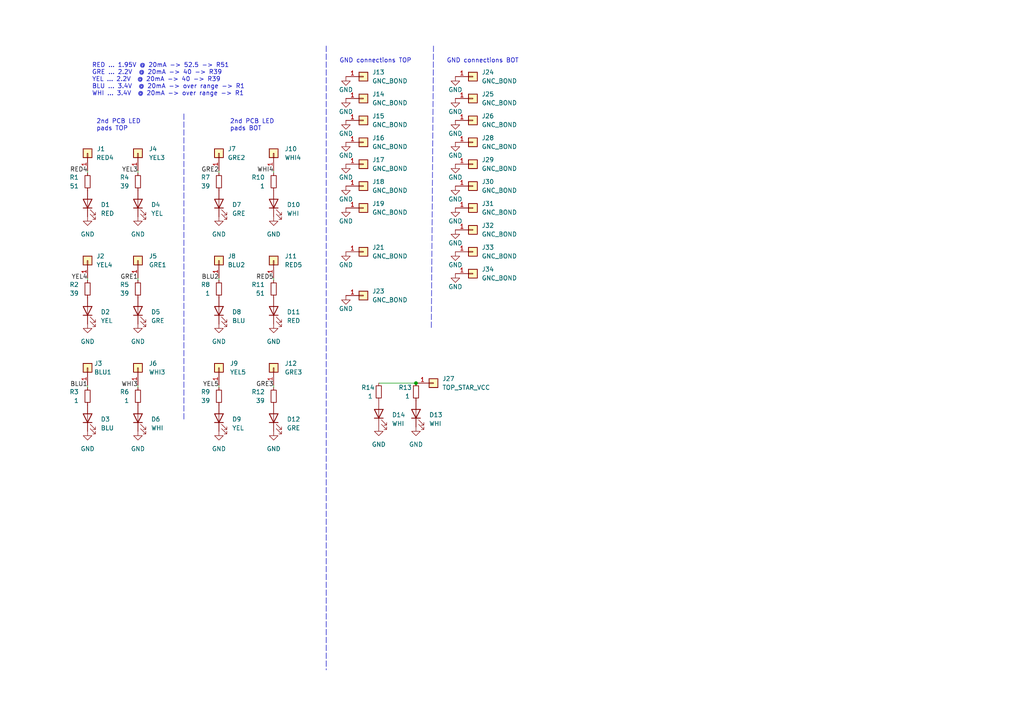
<source format=kicad_sch>
(kicad_sch (version 20211123) (generator eeschema)
  (paper "A4")
  (lib_symbols
    (symbol "Connector_Generic:Conn_01x01" (pin_names (offset 1.016) hide)
      (property "Reference" "J" (at 0 2.54 0))
      (property "Value" "Conn_01x01" (at 0 -2.54 0))
      (symbol "Conn_01x01_1_1"
        (rectangle (start -1.27 0.127) (end 0 -0.127) (stroke (width 0.1524)))
        (rectangle (start -1.27 1.27) (end 1.27 -1.27) (stroke (width 0.254)) (fill (type background)))
        (pin passive line (at -5.08 0 0) (length 3.81) (name "Pin_1") (number "1"))
      )
    )
    (symbol "Device:LED" (pin_numbers hide) (pin_names (offset 1.016) hide)
      (property "Reference" "D" (at 0 2.54 0))
      (property "Value" "LED" (at 0 -2.54 0))
      (symbol "LED_0_1"
        (polyline (pts (xy -1.27 -1.27) (xy -1.27 1.27)) (stroke (width 0.254)))
        (polyline (pts (xy -1.27 0) (xy 1.27 0)))
        (polyline (pts (xy 1.27 -1.27) (xy 1.27 1.27) (xy -1.27 0) (xy 1.27 -1.27)) (stroke (width 0.254)))
        (polyline (pts (xy -3.048 -0.762) (xy -4.572 -2.286) (xy -3.81 -2.286) (xy -4.572 -2.286) (xy -4.572 -1.524)))
        (polyline (pts (xy -1.778 -0.762) (xy -3.302 -2.286) (xy -2.54 -2.286) (xy -3.302 -2.286) (xy -3.302 -1.524)))
      )
      (symbol "LED_1_1"
        (pin passive line (at -3.81 0 0) (length 2.54) (name "K") (number "1"))
        (pin passive line (at 3.81 0 180) (length 2.54) (name "A") (number "2"))
      )
    )
    (symbol "Device:R_Small" (pin_numbers hide) (pin_names (offset 0.254) hide)
      (property "Reference" "R" (at 0.762 0.508 0))
      (property "Value" "R_Small" (at 0.762 -1.016 0))
      (symbol "R_Small_0_1"
        (rectangle (start -0.762 1.778) (end 0.762 -1.778) (stroke (width 0.2032)))
      )
      (symbol "R_Small_1_1"
        (pin passive line (at 0 2.54 270) (length 0.762) (name "~") (number "1"))
        (pin passive line (at 0 -2.54 90) (length 0.762) (name "~") (number "2"))
      )
    )
    (symbol "power:GND" (power) (pin_names (offset 0))
      (property "Value" "GND" (at 0 -3.81 0))
      (symbol "GND_0_1"
        (polyline (pts (xy 0 0) (xy 0 -1.27) (xy 1.27 -1.27) (xy 0 -2.54) (xy -1.27 -1.27) (xy 0 -1.27)))
      )
      (symbol "GND_1_1"
        (pin power_in line (at 0 0 270) (length 0) hide (name "GND") (number "1"))
      )
    )
  )
  (junction (at 120.65 111.125))
  (wire (pts (xy 40.005 80.645) (xy 40.005 81.28)))
  (wire (pts (xy 79.375 80.645) (xy 79.375 81.28)))
  (wire (pts (xy 63.5 50.165) (xy 63.5 49.53)))
  (polyline (pts (xy 94.615 13.335) (xy 94.615 194.31)))
  (wire (pts (xy 109.855 111.125) (xy 120.65 111.125)))
  (wire (pts (xy 40.005 49.53) (xy 40.005 50.165)))
  (wire (pts (xy 25.4 49.53) (xy 25.4 50.165)))
  (polyline (pts (xy 125.73 13.335) (xy 125.095 95.25)))
  (wire (pts (xy 40.005 111.76) (xy 40.005 112.395)))
  (wire (pts (xy 25.4 80.645) (xy 25.4 81.28)))
  (wire (pts (xy 63.5 112.395) (xy 63.5 111.76)))
  (wire (pts (xy 63.5 80.645) (xy 63.5 81.28)))
  (wire (pts (xy 79.375 49.53) (xy 79.375 50.165)))
  (polyline (pts (xy 53.34 33.02) (xy 53.34 121.92)))
  (wire (pts (xy 25.4 111.76) (xy 25.4 112.395)))
  (wire (pts (xy 79.375 111.76) (xy 79.375 112.395)))
  (text "GND connections BOT" (at 129.54 18.415 0) (effects (font (size 1.27 1.27)) (justify left bottom)))
  (text "2nd PCB LED\npads BOT" (at 66.675 38.1 0) (effects (font (size 1.27 1.27)) (justify left bottom)))
  (text "GND connections TOP" (at 98.425 18.415 0) (effects (font (size 1.27 1.27)) (justify left bottom)))
  (text "RED ... 1.95V @ 20mA -> 52.5 -> R51\nGRE ... 2.2V  @ 20mA -> 40 -> R39\nYEL ... 2.2V  @ 20mA -> 40 -> R39\nBLU ... 3.4V  @ 20mA -> over range -> R1\nWHI ... 3.4V  @ 20mA -> over range -> R1" (at 26.67 27.94 0) (effects (font (size 1.27 1.27)) (justify left bottom)))
  (text "2nd PCB LED\npads TOP" (at 27.94 38.1 0) (effects (font (size 1.27 1.27)) (justify left bottom)))
  (label "BLU1" (at 25.4 112.395 180))
  (label "GRE1" (at 40.005 81.28 180))
  (label "RED4" (at 25.4 50.165 180))
  (label "GRE2" (at 63.5 50.165 180))
  (label "GRE3" (at 79.375 112.395 180))
  (label "WHI4" (at 79.375 50.165 180))
  (label "RED5" (at 79.375 81.28 180))
  (label "YEL5" (at 63.5 112.395 180))
  (label "YEL4" (at 25.4 81.28 180))
  (label "BLU2" (at 63.5 81.28 180))
  (label "YEL3" (at 40.005 50.165 180))
  (label "WHI3" (at 40.005 112.395 180))
  (symbol (lib_id "power:GND") (at 79.375 93.98 0) (unit 1)
    (property "Reference" "#PWR011" (effects hide))
    (property "Value" "GND" (at 79.375 99.06 0))
  )
  (symbol (lib_id "Device:LED") (at 40.005 121.285 90) (unit 1)
    (property "Reference" "D6" (at 43.815 121.6024 90) (effects (justify right)))
    (property "Value" "WHI" (at 43.815 124.1424 90) (effects (justify right)))
    (property "Footprint" "LED_SMD:LED_0805_2012Metric" (effects hide))
  )
  (symbol (lib_id "Device:R_Small") (at 120.65 113.665 180) (unit 1)
    (property "Reference" "R13" (at 115.57 112.395 0) (effects (justify right)))
    (property "Value" "1" (at 117.475 114.935 0) (effects (justify right)))
    (property "Footprint" "Resistor_SMD:R_1206_3216Metric" (effects hide))
  )
  (symbol (lib_id "Device:R_Small") (at 109.855 113.665 180) (unit 1)
    (property "Reference" "R14" (at 104.775 112.395 0) (effects (justify right)))
    (property "Value" "1" (at 106.68 114.935 0) (effects (justify right)))
    (property "Footprint" "Resistor_SMD:R_1206_3216Metric" (effects hide))
  )
  (symbol (lib_id "Connector_Generic:Conn_01x01") (at 125.73 111.125 0) (unit 1)
    (property "Reference" "J27" (at 128.27 109.8549 0) (effects (justify left)))
    (property "Value" "TOP_STAR_VCC" (at 128.27 112.395 0) (effects (justify left)))
    (property "Footprint" "Connector_Wire:SolderWirePad_1x01_SMD_1x2mm" (effects hide))
  )
  (symbol (lib_id "power:GND") (at 79.375 125.095 0) (unit 1)
    (property "Reference" "#PWR012" (effects hide))
    (property "Value" "GND" (at 79.375 130.175 0))
  )
  (symbol (lib_id "Connector_Generic:Conn_01x01") (at 25.4 44.45 90) (unit 1)
    (property "Reference" "J1" (at 30.48 43.18 90) (effects (justify left)))
    (property "Value" "RED4" (at 33.02 45.72 90) (effects (justify left)))
    (property "Footprint" "Connector_Wire:SolderWirePad_1x01_SMD_1x2mm" (effects hide))
  )
  (symbol (lib_id "Device:R_Small") (at 79.375 83.82 180) (unit 1)
    (property "Reference" "R11" (at 76.835 82.5499 0) (effects (justify left)))
    (property "Value" "51" (at 76.835 85.0899 0) (effects (justify left)))
    (property "Footprint" "Resistor_SMD:R_1206_3216Metric" (effects hide))
  )
  (symbol (lib_id "Device:LED") (at 63.5 90.17 90) (unit 1)
    (property "Reference" "D8" (at 67.31 90.4874 90) (effects (justify right)))
    (property "Value" "BLU" (at 67.31 93.0274 90) (effects (justify right)))
    (property "Footprint" "LED_SMD:LED_0805_2012Metric" (effects hide))
  )
  (symbol (lib_id "Device:LED") (at 120.65 120.015 90) (unit 1)
    (property "Reference" "D13" (at 124.46 120.3324 90) (effects (justify right)))
    (property "Value" "WHI" (at 124.46 122.8724 90) (effects (justify right)))
    (property "Footprint" "LED_SMD:LED_0805_2012Metric" (effects hide))
  )
  (symbol (lib_id "Connector_Generic:Conn_01x01") (at 63.5 75.565 90) (unit 1)
    (property "Reference" "J8" (at 66.04 74.2949 90) (effects (justify right)))
    (property "Value" "BLU2" (at 66.04 76.8349 90) (effects (justify right)))
    (property "Footprint" "Connector_Wire:SolderWirePad_1x01_SMD_1x2mm" (effects hide))
  )
  (symbol (lib_id "power:GND") (at 132.08 60.325 0) (unit 1)
    (property "Reference" "#PWR031" (effects hide))
    (property "Value" "GND" (at 132.08 64.135 0))
  )
  (symbol (lib_id "Connector_Generic:Conn_01x01") (at 137.16 34.925 0) (unit 1)
    (property "Reference" "J26" (at 139.7 33.6549 0) (effects (justify left)))
    (property "Value" "GNC_BOND" (at 139.7 36.195 0) (effects (justify left)))
    (property "Footprint" "Connector_Wire:SolderWirePad_1x01_SMD_1x2mm" (effects hide))
  )
  (symbol (lib_id "power:GND") (at 132.08 53.975 0) (unit 1)
    (property "Reference" "#PWR030" (effects hide))
    (property "Value" "GND" (at 132.08 57.785 0))
  )
  (symbol (lib_id "Connector_Generic:Conn_01x01") (at 79.375 75.565 90) (unit 1)
    (property "Reference" "J11" (at 82.55 74.2949 90) (effects (justify right)))
    (property "Value" "RED5" (at 82.55 76.8349 90) (effects (justify right)))
    (property "Footprint" "Connector_Wire:SolderWirePad_1x01_SMD_1x2mm" (effects hide))
  )
  (symbol (lib_id "Device:R_Small") (at 63.5 83.82 180) (unit 1)
    (property "Reference" "R8" (at 60.96 82.5499 0) (effects (justify left)))
    (property "Value" "1" (at 60.96 85.0899 0) (effects (justify left)))
    (property "Footprint" "Resistor_SMD:R_1206_3216Metric" (effects hide))
  )
  (symbol (lib_id "Connector_Generic:Conn_01x01") (at 40.005 106.68 90) (unit 1)
    (property "Reference" "J6" (at 43.18 105.4099 90) (effects (justify right)))
    (property "Value" "WHI3" (at 43.18 107.9499 90) (effects (justify right)))
    (property "Footprint" "Connector_Wire:SolderWirePad_1x01_SMD_1x2mm" (effects hide))
  )
  (symbol (lib_id "Connector_Generic:Conn_01x01") (at 25.4 106.68 90) (unit 1)
    (property "Reference" "J3" (at 27.305 105.41 90) (effects (justify right)))
    (property "Value" "BLU1" (at 27.305 107.95 90) (effects (justify right)))
    (property "Footprint" "Connector_Wire:SolderWirePad_1x01_SMD_1x2mm" (effects hide))
  )
  (symbol (lib_id "power:GND") (at 100.33 28.575 0) (unit 1)
    (property "Reference" "#PWR014" (effects hide))
    (property "Value" "GND" (at 100.33 32.385 0))
  )
  (symbol (lib_id "Connector_Generic:Conn_01x01") (at 137.16 53.975 0) (unit 1)
    (property "Reference" "J30" (at 139.7 52.7049 0) (effects (justify left)))
    (property "Value" "GNC_BOND" (at 139.7 55.245 0) (effects (justify left)))
    (property "Footprint" "Connector_Wire:SolderWirePad_1x01_SMD_1x2mm" (effects hide))
  )
  (symbol (lib_id "Connector_Generic:Conn_01x01") (at 137.16 60.325 0) (unit 1)
    (property "Reference" "J31" (at 139.7 59.0549 0) (effects (justify left)))
    (property "Value" "GNC_BOND" (at 139.7 61.595 0) (effects (justify left)))
    (property "Footprint" "Connector_Wire:SolderWirePad_1x01_SMD_1x2mm" (effects hide))
  )
  (symbol (lib_id "power:GND") (at 63.5 62.865 0) (unit 1)
    (property "Reference" "#PWR07" (effects hide))
    (property "Value" "GND" (at 63.5 67.945 0))
  )
  (symbol (lib_id "Device:LED") (at 63.5 59.055 90) (unit 1)
    (property "Reference" "D7" (at 67.31 59.3724 90) (effects (justify right)))
    (property "Value" "GRE" (at 67.31 61.9124 90) (effects (justify right)))
    (property "Footprint" "LED_SMD:LED_0805_2012Metric" (effects hide))
  )
  (symbol (lib_id "power:GND") (at 132.08 66.675 0) (unit 1)
    (property "Reference" "#PWR032" (effects hide))
    (property "Value" "GND" (at 132.08 70.485 0))
  )
  (symbol (lib_id "power:GND") (at 25.4 93.98 0) (unit 1)
    (property "Reference" "#PWR02" (effects hide))
    (property "Value" "GND" (at 25.4 99.06 0))
  )
  (symbol (lib_id "Device:LED") (at 40.005 59.055 90) (unit 1)
    (property "Reference" "D4" (at 43.815 59.3724 90) (effects (justify right)))
    (property "Value" "YEL" (at 43.815 61.9124 90) (effects (justify right)))
    (property "Footprint" "LED_SMD:LED_0805_2012Metric" (effects hide))
  )
  (symbol (lib_id "power:GND") (at 25.4 125.095 0) (unit 1)
    (property "Reference" "#PWR03" (effects hide))
    (property "Value" "GND" (at 25.4 130.175 0))
  )
  (symbol (lib_id "Device:R_Small") (at 63.5 114.935 180) (unit 1)
    (property "Reference" "R9" (at 60.96 113.6649 0) (effects (justify left)))
    (property "Value" "39" (at 60.96 116.2049 0) (effects (justify left)))
    (property "Footprint" "Resistor_SMD:R_1206_3216Metric" (effects hide))
  )
  (symbol (lib_id "power:GND") (at 132.08 41.275 0) (unit 1)
    (property "Reference" "#PWR028" (effects hide))
    (property "Value" "GND" (at 132.08 45.085 0))
  )
  (symbol (lib_id "Device:R_Small") (at 79.375 114.935 180) (unit 1)
    (property "Reference" "R12" (at 76.835 113.6649 0) (effects (justify left)))
    (property "Value" "39" (at 76.835 116.2049 0) (effects (justify left)))
    (property "Footprint" "Resistor_SMD:R_1206_3216Metric" (effects hide))
  )
  (symbol (lib_id "Connector_Generic:Conn_01x01") (at 25.4 75.565 90) (unit 1)
    (property "Reference" "J2" (at 27.94 74.295 90) (effects (justify right)))
    (property "Value" "YEL4" (at 27.94 76.835 90) (effects (justify right)))
    (property "Footprint" "Connector_Wire:SolderWirePad_1x01_SMD_1x2mm" (effects hide))
  )
  (symbol (lib_id "Device:R_Small") (at 63.5 52.705 180) (unit 1)
    (property "Reference" "R7" (at 60.96 51.4349 0) (effects (justify left)))
    (property "Value" "39" (at 60.96 53.9749 0) (effects (justify left)))
    (property "Footprint" "Resistor_SMD:R_1206_3216Metric" (effects hide))
  )
  (symbol (lib_id "Device:R_Small") (at 25.4 83.82 180) (unit 1)
    (property "Reference" "R2" (at 22.86 82.5499 0) (effects (justify left)))
    (property "Value" "39" (at 22.86 85.0899 0) (effects (justify left)))
    (property "Footprint" "Resistor_SMD:R_1206_3216Metric" (effects hide))
  )
  (symbol (lib_id "Connector_Generic:Conn_01x01") (at 40.005 75.565 90) (unit 1)
    (property "Reference" "J5" (at 43.18 74.2949 90) (effects (justify right)))
    (property "Value" "GRE1" (at 43.18 76.8349 90) (effects (justify right)))
    (property "Footprint" "Connector_Wire:SolderWirePad_1x01_SMD_1x2mm" (effects hide))
  )
  (symbol (lib_id "Connector_Generic:Conn_01x01") (at 105.41 22.225 0) (unit 1)
    (property "Reference" "J13" (at 107.95 20.9549 0) (effects (justify left)))
    (property "Value" "GNC_BOND" (at 107.95 23.495 0) (effects (justify left)))
    (property "Footprint" "Connector_Wire:SolderWirePad_1x01_SMD_1x2mm" (effects hide))
  )
  (symbol (lib_id "Connector_Generic:Conn_01x01") (at 105.41 53.975 0) (unit 1)
    (property "Reference" "J18" (at 107.95 52.7049 0) (effects (justify left)))
    (property "Value" "GNC_BOND" (at 107.95 55.245 0) (effects (justify left)))
    (property "Footprint" "Connector_Wire:SolderWirePad_1x01_SMD_1x2mm" (effects hide))
  )
  (symbol (lib_id "Device:LED") (at 79.375 59.055 90) (unit 1)
    (property "Reference" "D10" (at 83.185 59.3724 90) (effects (justify right)))
    (property "Value" "WHI" (at 83.185 61.9124 90) (effects (justify right)))
    (property "Footprint" "LED_SMD:LED_0805_2012Metric" (effects hide))
  )
  (symbol (lib_id "Device:LED") (at 79.375 121.285 90) (unit 1)
    (property "Reference" "D12" (at 83.185 121.6024 90) (effects (justify right)))
    (property "Value" "GRE" (at 83.185 124.1424 90) (effects (justify right)))
    (property "Footprint" "LED_SMD:LED_0805_2012Metric" (effects hide))
  )
  (symbol (lib_id "Connector_Generic:Conn_01x01") (at 105.41 41.275 0) (unit 1)
    (property "Reference" "J16" (at 107.95 40.0049 0) (effects (justify left)))
    (property "Value" "GNC_BOND" (at 107.95 42.545 0) (effects (justify left)))
    (property "Footprint" "Connector_Wire:SolderWirePad_1x01_SMD_1x2mm" (effects hide))
  )
  (symbol (lib_id "Connector_Generic:Conn_01x01") (at 137.16 79.375 0) (unit 1)
    (property "Reference" "J34" (at 139.7 78.1049 0) (effects (justify left)))
    (property "Value" "GNC_BOND" (at 139.7 80.645 0) (effects (justify left)))
    (property "Footprint" "Connector_Wire:SolderWirePad_1x01_SMD_1x2mm" (effects hide))
  )
  (symbol (lib_id "power:GND") (at 100.33 60.325 0) (unit 1)
    (property "Reference" "#PWR019" (effects hide))
    (property "Value" "GND" (at 100.33 64.135 0))
  )
  (symbol (lib_id "Device:R_Small") (at 40.005 52.705 180) (unit 1)
    (property "Reference" "R4" (at 37.465 51.4349 0) (effects (justify left)))
    (property "Value" "39" (at 37.465 53.9749 0) (effects (justify left)))
    (property "Footprint" "Resistor_SMD:R_1206_3216Metric" (effects hide))
  )
  (symbol (lib_id "Device:LED") (at 25.4 121.285 90) (unit 1)
    (property "Reference" "D3" (at 29.21 121.6024 90) (effects (justify right)))
    (property "Value" "BLU" (at 29.21 124.1424 90) (effects (justify right)))
    (property "Footprint" "LED_SMD:LED_0805_2012Metric" (effects hide))
  )
  (symbol (lib_id "power:GND") (at 132.08 22.225 0) (unit 1)
    (property "Reference" "#PWR024" (effects hide))
    (property "Value" "GND" (at 132.08 26.035 0))
  )
  (symbol (lib_id "power:GND") (at 132.08 73.025 0) (unit 1)
    (property "Reference" "#PWR033" (effects hide))
    (property "Value" "GND" (at 132.08 76.835 0))
  )
  (symbol (lib_id "Connector_Generic:Conn_01x01") (at 105.41 85.725 0) (unit 1)
    (property "Reference" "J23" (at 107.95 84.4549 0) (effects (justify left)))
    (property "Value" "GNC_BOND" (at 107.95 86.995 0) (effects (justify left)))
    (property "Footprint" "Connector_Wire:SolderWirePad_1x01_SMD_1x2mm" (effects hide))
  )
  (symbol (lib_id "Connector_Generic:Conn_01x01") (at 105.41 73.025 0) (unit 1)
    (property "Reference" "J21" (at 107.95 71.7549 0) (effects (justify left)))
    (property "Value" "GNC_BOND" (at 107.95 74.295 0) (effects (justify left)))
    (property "Footprint" "Connector_Wire:SolderWirePad_1x01_SMD_1x2mm" (effects hide))
  )
  (symbol (lib_id "power:GND") (at 25.4 62.865 0) (unit 1)
    (property "Reference" "#PWR01" (effects hide))
    (property "Value" "GND" (at 25.4 67.945 0))
  )
  (symbol (lib_id "power:GND") (at 132.08 47.625 0) (unit 1)
    (property "Reference" "#PWR029" (effects hide))
    (property "Value" "GND" (at 132.08 51.435 0))
  )
  (symbol (lib_id "Connector_Generic:Conn_01x01") (at 40.005 44.45 90) (unit 1)
    (property "Reference" "J4" (at 43.18 43.1799 90) (effects (justify right)))
    (property "Value" "YEL3" (at 43.18 45.7199 90) (effects (justify right)))
    (property "Footprint" "Connector_Wire:SolderWirePad_1x01_SMD_1x2mm" (effects hide))
  )
  (symbol (lib_id "Device:LED") (at 25.4 59.055 90) (unit 1)
    (property "Reference" "D1" (at 29.21 59.3724 90) (effects (justify right)))
    (property "Value" "RED" (at 29.21 61.9124 90) (effects (justify right)))
    (property "Footprint" "LED_SMD:LED_0805_2012Metric" (effects hide))
  )
  (symbol (lib_id "power:GND") (at 100.33 73.025 0) (unit 1)
    (property "Reference" "#PWR021" (effects hide))
    (property "Value" "GND" (at 100.33 76.835 0))
  )
  (symbol (lib_id "Device:R_Small") (at 25.4 114.935 180) (unit 1)
    (property "Reference" "R3" (at 22.86 113.6649 0) (effects (justify left)))
    (property "Value" "1" (at 22.86 116.2049 0) (effects (justify left)))
    (property "Footprint" "Resistor_SMD:R_1206_3216Metric" (effects hide))
  )
  (symbol (lib_id "Connector_Generic:Conn_01x01") (at 105.41 28.575 0) (unit 1)
    (property "Reference" "J14" (at 107.95 27.3049 0) (effects (justify left)))
    (property "Value" "GNC_BOND" (at 107.95 29.845 0) (effects (justify left)))
    (property "Footprint" "Connector_Wire:SolderWirePad_1x01_SMD_1x2mm" (effects hide))
  )
  (symbol (lib_id "Connector_Generic:Conn_01x01") (at 137.16 22.225 0) (unit 1)
    (property "Reference" "J24" (at 139.7 20.9549 0) (effects (justify left)))
    (property "Value" "GNC_BOND" (at 139.7 23.495 0) (effects (justify left)))
    (property "Footprint" "Connector_Wire:SolderWirePad_1x01_SMD_1x2mm" (effects hide))
  )
  (symbol (lib_id "power:GND") (at 132.08 28.575 0) (unit 1)
    (property "Reference" "#PWR025" (effects hide))
    (property "Value" "GND" (at 132.08 32.385 0))
  )
  (symbol (lib_id "Device:LED") (at 25.4 90.17 90) (unit 1)
    (property "Reference" "D2" (at 29.21 90.4874 90) (effects (justify right)))
    (property "Value" "YEL" (at 29.21 93.0274 90) (effects (justify right)))
    (property "Footprint" "LED_SMD:LED_0805_2012Metric" (effects hide))
  )
  (symbol (lib_id "Device:R_Small") (at 79.375 52.705 180) (unit 1)
    (property "Reference" "R10" (at 76.835 51.4349 0) (effects (justify left)))
    (property "Value" "1" (at 76.835 53.9749 0) (effects (justify left)))
    (property "Footprint" "Resistor_SMD:R_1206_3216Metric" (effects hide))
  )
  (symbol (lib_id "Device:R_Small") (at 25.4 52.705 180) (unit 1)
    (property "Reference" "R1" (at 22.86 51.4349 0) (effects (justify left)))
    (property "Value" "51" (at 22.86 53.9749 0) (effects (justify left)))
    (property "Footprint" "Resistor_SMD:R_1206_3216Metric" (effects hide))
  )
  (symbol (lib_id "Connector_Generic:Conn_01x01") (at 137.16 28.575 0) (unit 1)
    (property "Reference" "J25" (at 139.7 27.3049 0) (effects (justify left)))
    (property "Value" "GNC_BOND" (at 139.7 29.845 0) (effects (justify left)))
    (property "Footprint" "Connector_Wire:SolderWirePad_1x01_SMD_1x2mm" (effects hide))
  )
  (symbol (lib_id "power:GND") (at 40.005 93.98 0) (unit 1)
    (property "Reference" "#PWR05" (effects hide))
    (property "Value" "GND" (at 40.005 99.06 0))
  )
  (symbol (lib_id "Connector_Generic:Conn_01x01") (at 105.41 60.325 0) (unit 1)
    (property "Reference" "J19" (at 107.95 59.0549 0) (effects (justify left)))
    (property "Value" "GNC_BOND" (at 107.95 61.595 0) (effects (justify left)))
    (property "Footprint" "Connector_Wire:SolderWirePad_1x01_SMD_1x2mm" (effects hide))
  )
  (symbol (lib_id "Connector_Generic:Conn_01x01") (at 63.5 106.68 90) (unit 1)
    (property "Reference" "J9" (at 66.675 105.4099 90) (effects (justify right)))
    (property "Value" "YEL5" (at 66.675 107.9499 90) (effects (justify right)))
    (property "Footprint" "Connector_Wire:SolderWirePad_1x01_SMD_1x2mm" (effects hide))
  )
  (symbol (lib_id "power:GND") (at 132.08 34.925 0) (unit 1)
    (property "Reference" "#PWR026" (effects hide))
    (property "Value" "GND" (at 132.08 38.735 0))
  )
  (symbol (lib_id "power:GND") (at 40.005 62.865 0) (unit 1)
    (property "Reference" "#PWR04" (effects hide))
    (property "Value" "GND" (at 40.005 67.945 0))
  )
  (symbol (lib_id "Connector_Generic:Conn_01x01") (at 105.41 47.625 0) (unit 1)
    (property "Reference" "J17" (at 107.95 46.3549 0) (effects (justify left)))
    (property "Value" "GNC_BOND" (at 107.95 48.895 0) (effects (justify left)))
    (property "Footprint" "Connector_Wire:SolderWirePad_1x01_SMD_1x2mm" (effects hide))
  )
  (symbol (lib_id "Device:LED") (at 63.5 121.285 90) (unit 1)
    (property "Reference" "D9" (at 67.31 121.6024 90) (effects (justify right)))
    (property "Value" "YEL" (at 67.31 124.1424 90) (effects (justify right)))
    (property "Footprint" "LED_SMD:LED_0805_2012Metric" (effects hide))
  )
  (symbol (lib_id "power:GND") (at 63.5 93.98 0) (unit 1)
    (property "Reference" "#PWR08" (effects hide))
    (property "Value" "GND" (at 63.5 99.06 0))
  )
  (symbol (lib_id "power:GND") (at 109.855 123.825 0) (unit 1)
    (property "Reference" "#PWR035" (effects hide))
    (property "Value" "GND" (at 109.855 128.905 0))
  )
  (symbol (lib_id "Connector_Generic:Conn_01x01") (at 137.16 73.025 0) (unit 1)
    (property "Reference" "J33" (at 139.7 71.7549 0) (effects (justify left)))
    (property "Value" "GNC_BOND" (at 139.7 74.295 0) (effects (justify left)))
    (property "Footprint" "Connector_Wire:SolderWirePad_1x01_SMD_1x2mm" (effects hide))
  )
  (symbol (lib_id "power:GND") (at 63.5 125.095 0) (unit 1)
    (property "Reference" "#PWR09" (effects hide))
    (property "Value" "GND" (at 63.5 130.175 0))
  )
  (symbol (lib_id "Device:LED") (at 40.005 90.17 90) (unit 1)
    (property "Reference" "D5" (at 43.815 90.4874 90) (effects (justify right)))
    (property "Value" "GRE" (at 43.815 93.0274 90) (effects (justify right)))
    (property "Footprint" "LED_SMD:LED_0805_2012Metric" (effects hide))
  )
  (symbol (lib_id "Connector_Generic:Conn_01x01") (at 105.41 34.925 0) (unit 1)
    (property "Reference" "J15" (at 107.95 33.6549 0) (effects (justify left)))
    (property "Value" "GNC_BOND" (at 107.95 36.195 0) (effects (justify left)))
    (property "Footprint" "Connector_Wire:SolderWirePad_1x01_SMD_1x2mm" (effects hide))
  )
  (symbol (lib_id "power:GND") (at 40.005 125.095 0) (unit 1)
    (property "Reference" "#PWR06" (effects hide))
    (property "Value" "GND" (at 40.005 130.175 0))
  )
  (symbol (lib_id "power:GND") (at 79.375 62.865 0) (unit 1)
    (property "Reference" "#PWR010" (effects hide))
    (property "Value" "GND" (at 79.375 67.945 0))
  )
  (symbol (lib_id "power:GND") (at 100.33 22.225 0) (unit 1)
    (property "Reference" "#PWR013" (effects hide))
    (property "Value" "GND" (at 100.33 26.035 0))
  )
  (symbol (lib_id "Device:LED") (at 79.375 90.17 90) (unit 1)
    (property "Reference" "D11" (at 83.185 90.4874 90) (effects (justify right)))
    (property "Value" "RED" (at 83.185 93.0274 90) (effects (justify right)))
    (property "Footprint" "LED_SMD:LED_0805_2012Metric" (effects hide))
  )
  (symbol (lib_id "Connector_Generic:Conn_01x01") (at 79.375 106.68 90) (unit 1)
    (property "Reference" "J12" (at 82.55 105.4099 90) (effects (justify right)))
    (property "Value" "GRE3" (at 82.55 107.9499 90) (effects (justify right)))
    (property "Footprint" "Connector_Wire:SolderWirePad_1x01_SMD_1x2mm" (effects hide))
  )
  (symbol (lib_id "power:GND") (at 100.33 47.625 0) (unit 1)
    (property "Reference" "#PWR017" (effects hide))
    (property "Value" "GND" (at 100.33 51.435 0))
  )
  (symbol (lib_id "power:GND") (at 132.08 79.375 0) (unit 1)
    (property "Reference" "#PWR034" (effects hide))
    (property "Value" "GND" (at 132.08 83.185 0))
  )
  (symbol (lib_id "Connector_Generic:Conn_01x01") (at 63.5 44.45 90) (unit 1)
    (property "Reference" "J7" (at 66.04 43.1799 90) (effects (justify right)))
    (property "Value" "GRE2" (at 66.04 45.7199 90) (effects (justify right)))
    (property "Footprint" "Connector_Wire:SolderWirePad_1x01_SMD_1x2mm" (effects hide))
  )
  (symbol (lib_id "Connector_Generic:Conn_01x01") (at 137.16 41.275 0) (unit 1)
    (property "Reference" "J28" (at 139.7 40.0049 0) (effects (justify left)))
    (property "Value" "GNC_BOND" (at 139.7 42.545 0) (effects (justify left)))
    (property "Footprint" "Connector_Wire:SolderWirePad_1x01_SMD_1x2mm" (effects hide))
  )
  (symbol (lib_id "power:GND") (at 100.33 41.275 0) (unit 1)
    (property "Reference" "#PWR016" (effects hide))
    (property "Value" "GND" (at 100.33 45.085 0))
  )
  (symbol (lib_id "Connector_Generic:Conn_01x01") (at 137.16 66.675 0) (unit 1)
    (property "Reference" "J32" (at 139.7 65.4049 0) (effects (justify left)))
    (property "Value" "GNC_BOND" (at 139.7 67.945 0) (effects (justify left)))
    (property "Footprint" "Connector_Wire:SolderWirePad_1x01_SMD_1x2mm" (effects hide))
  )
  (symbol (lib_id "power:GND") (at 100.33 34.925 0) (unit 1)
    (property "Reference" "#PWR015" (effects hide))
    (property "Value" "GND" (at 100.33 38.735 0))
  )
  (symbol (lib_id "Device:LED") (at 109.855 120.015 90) (unit 1)
    (property "Reference" "D14" (at 113.665 120.3324 90) (effects (justify right)))
    (property "Value" "WHI" (at 113.665 122.8724 90) (effects (justify right)))
    (property "Footprint" "LED_SMD:LED_0805_2012Metric" (effects hide))
  )
  (symbol (lib_id "power:GND") (at 100.33 53.975 0) (unit 1)
    (property "Reference" "#PWR018" (effects hide))
    (property "Value" "GND" (at 100.33 57.785 0))
  )
  (symbol (lib_id "Connector_Generic:Conn_01x01") (at 137.16 47.625 0) (unit 1)
    (property "Reference" "J29" (at 139.7 46.3549 0) (effects (justify left)))
    (property "Value" "GNC_BOND" (at 139.7 48.895 0) (effects (justify left)))
    (property "Footprint" "Connector_Wire:SolderWirePad_1x01_SMD_1x2mm" (effects hide))
  )
  (symbol (lib_id "power:GND") (at 120.65 123.825 0) (unit 1)
    (property "Reference" "#PWR027" (effects hide))
    (property "Value" "GND" (at 120.65 128.905 0))
  )
  (symbol (lib_id "Device:R_Small") (at 40.005 114.935 180) (unit 1)
    (property "Reference" "R6" (at 37.465 113.6649 0) (effects (justify left)))
    (property "Value" "1" (at 37.465 116.2049 0) (effects (justify left)))
    (property "Footprint" "Resistor_SMD:R_1206_3216Metric" (effects hide))
  )
  (symbol (lib_id "Connector_Generic:Conn_01x01") (at 79.375 44.45 90) (unit 1)
    (property "Reference" "J10" (at 82.55 43.1799 90) (effects (justify right)))
    (property "Value" "WHI4" (at 82.55 45.7199 90) (effects (justify right)))
    (property "Footprint" "Connector_Wire:SolderWirePad_1x01_SMD_1x2mm" (effects hide))
  )
  (symbol (lib_id "power:GND") (at 100.33 85.725 0) (unit 1)
    (property "Reference" "#PWR023" (effects hide))
    (property "Value" "GND" (at 100.33 89.535 0))
  )
  (symbol (lib_id "Device:R_Small") (at 40.005 83.82 180) (unit 1)
    (property "Reference" "R5" (at 37.465 82.5499 0) (effects (justify left)))
    (property "Value" "39" (at 37.465 85.0899 0) (effects (justify left)))
    (property "Footprint" "Resistor_SMD:R_1206_3216Metric" (effects hide))
  )
)
</source>
